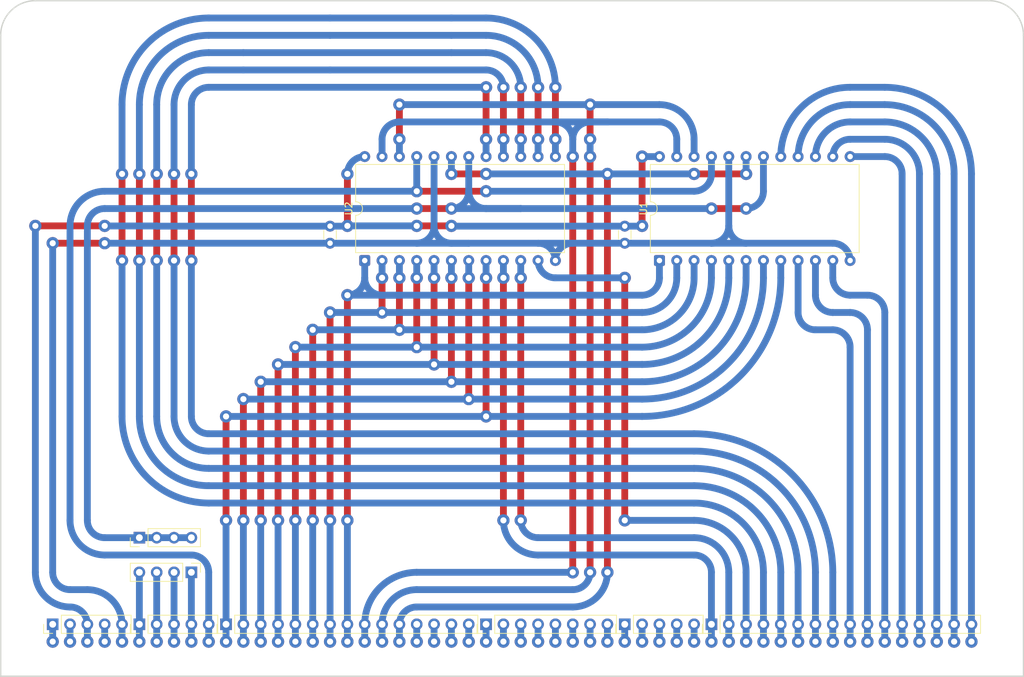
<source format=kicad_pcb>
(kicad_pcb (version 20241229) (generator "pcbnew") (generator_version "9.0")
  (layers (0 "F.Cu" signal) (2 "B.Cu" signal) (13 "F.Paste" user) (15 "B.Paste" user) (5 "F.SilkS" user "F.Silkscreen") (7 "B.SilkS" user "B.Silkscreen") (1 "F.Mask" user) (3 "B.Mask" user) (25 "Edge.Cuts" user))
  (net 0 "")
  (net 1 "+5V")
  (net 2 "GND")
  (net 3 "unconnected-(J1-Pin_7-Pad7)")
  (net 4 "unconnected-(J1-Pin_5-Pad5)")
  (net 5 "unconnected-(J1-Pin_2-Pad2)")
  (net 6 "unconnected-(J1-Pin_3-Pad3)")
  (net 7 "unconnected-(J1-Pin_6-Pad6)")
  (net 8 "unconnected-(J1-Pin_8-Pad8)")
  (net 9 "unconnected-(J1-Pin_1-Pad1)")
  (net 10 "unconnected-(J1-Pin_4-Pad4)")
  (net 11 "/AD14")
  (net 12 "/AD13")
  (net 13 "/AD6")
  (net 14 "/AD15")
  (net 15 "/AD11")
  (net 16 "/AD7")
  (net 17 "/AD3")
  (net 18 "/AD4")
  (net 19 "/AD12")
  (net 20 "/AD5")
  (net 21 "/AD10")
  (net 22 "/AD8")
  (net 23 "/AD1")
  (net 24 "/AD2")
  (net 25 "/AD9")
  (net 26 "/DA14")
  (net 27 "/DA12")
  (net 28 "/DA5")
  (net 29 "/DA6")
  (net 30 "/DA15")
  (net 31 "/DA10")
  (net 32 "/DA3")
  (net 33 "/DA4")
  (net 34 "/DA1")
  (net 35 "/DA0")
  (net 36 "/DA8")
  (net 37 "/DA13")
  (net 38 "/DA7")
  (net 39 "/DA9")
  (net 40 "/DA11")
  (net 41 "/DA2")
  (net 42 "unconnected-(J4-Pin_4-Pad4)")
  (net 43 "unconnected-(J4-Pin_3-Pad3)")
  (net 44 "unconnected-(J4-Pin_1-Pad1)")
  (net 45 "unconnected-(J4-Pin_5-Pad5)")
  (net 46 "unconnected-(J4-Pin_2-Pad2)")
  (net 47 "-12V")
  (net 48 "-5V")
  (net 49 "+12V")
  (net 50 "Net-(J7-Pin_4)")
  (net 51 "Net-(J7-Pin_3)")
  (net 52 "Net-(J7-Pin_5)")
  (net 53 "Net-(J7-Pin_1)")
  (net 54 "Net-(J7-Pin_2)")
  (net 55 "Net-(J9-Pin_1)")
  (footprint "Connector_PinHeader_2.54mm:PinHeader_1x04_P2.54mm_Vertical" (layer "F.Cu") (at 81.28 114.3 90)
    (property "Reference" "J9" (hide yes))
    (property "Value" "Conn_01x04_Pin" (hide yes))
  )
  (footprint "Connector_PinHeader_2.54mm:PinHeader_1x16_P2.54mm_Vertical" (layer "F.Cu") (at 165.1 127 90)
    (property "Reference" "J3" (hide yes))
    (property "Value" "Conn_01x16_Pin" (hide yes))
  )
  (footprint "Connector_PinHeader_2.54mm:PinHeader_1x05_P2.54mm_Vertical" (layer "F.Cu") (at 81.28 127 90)
    (property "Reference" "J7" (hide yes))
    (property "Value" "Conn_01x05_Pin" (hide yes))
  )
  (footprint "Capacitor_THT:C_Disc_D3.0mm_W1.6mm_P2.50mm" (layer "F.Cu") (at 109.22 68.62 -90)
    (property "Reference" "C1" (hide yes))
    (property "Value" "C" (hide yes))
  )
  (footprint "Capacitor_THT:C_Disc_D3.0mm_W1.6mm_P2.50mm" (layer "F.Cu") (at 152.4 68.62 -90)
    (property "Reference" "C2" (hide yes))
    (property "Value" "C" (hide yes))
  )
  (footprint "Connector_PinHeader_2.54mm:PinHeader_1x05_P2.54mm_Vertical" (layer "F.Cu") (at 68.58 127 90)
    (property "Reference" "J5" (hide yes))
    (property "Value" "Conn_01x05_Pin" (hide yes))
  )
  (footprint "Package_DIP:DIP-24_W15.24mm" (layer "F.Cu") (at 114.3 73.66 90)
    (property "Reference" "U2")
    (property "Value" "M58725")
  )
  (footprint "Package_DIP:DIP-24_W15.24mm" (layer "F.Cu") (at 157.48 73.66 90)
    (property "Reference" "U1")
    (property "Value" "M58725")
  )
  (footprint "Connector_PinHeader_2.54mm:PinHeader_1x08_P2.54mm_Vertical" (layer "F.Cu") (at 132.08 127 90)
    (property "Reference" "J1" (hide yes))
    (property "Value" "Conn_01x08_Pin" (hide yes))
  )
  (footprint "Connector_PinHeader_2.54mm:PinHeader_1x15_P2.54mm_Vertical" (layer "F.Cu") (at 93.98 127 90)
    (property "Reference" "J2" (hide yes))
    (property "Value" "Conn_01x15_Pin" (hide yes))
  )
  (footprint "Connector_PinHeader_2.54mm:PinHeader_1x05_P2.54mm_Vertical" (layer "F.Cu") (at 152.4 127 90)
    (property "Reference" "J4" (hide yes))
    (property "Value" "Conn_01x05_Pin" (hide yes))
  )
  (footprint "Connector_PinHeader_2.54mm:PinHeader_1x04_P2.54mm_Vertical" (layer "F.Cu") (at 88.9 119.38 -90)
    (property "Reference" "J8" (hide yes))
    (property "Value" "Conn_01x04_Pin" (hide yes))
  )
  (gr_arc (start 60.96 40.64) (mid 62.447898 37.047898) (end 66.04 35.56) (stroke (width 0.2)) (layer "Edge.Cuts"))
  (gr_arc (start 205.74 35.56) (mid 209.332102 37.047898) (end 210.82 40.64) (stroke (width 0.2)) (layer "Edge.Cuts"))
  (gr_line (start 205.74 35.56) (end 66.04 35.56) (stroke (width 0.2)) (layer "Edge.Cuts"))
  (gr_line (start 60.96 40.64) (end 60.96 134.62) (stroke (width 0.2)) (layer "Edge.Cuts"))
  (gr_line (start 210.82 134.62) (end 210.82 40.64) (stroke (width 0.2)) (layer "Edge.Cuts"))
  (gr_line (start 60.96 134.62) (end 210.82 134.62) (stroke (width 0.2)) (layer "Edge.Cuts"))
  (segment (start 154.94 58.42) (end 154.94 68.58) (width 1) (layer "F.Cu") (net 1))
  (segment (start 111.76 68.58) (end 111.76 60.96) (width 1) (layer "F.Cu") (net 1))
  (segment (start 127 68.58) (end 121.92 68.58) (width 1) (layer "F.Cu") (net 1))
  (segment (start 76.2 68.58) (end 66.04 68.58) (width 1) (layer "F.Cu") (net 1))
  (via (at 154.94 68.58) (size 1.8) (drill 0.9) (layers "F.Cu" "B.Cu") (net 1))
  (via (at 66.04 68.58) (size 1.8) (drill 0.9) (layers "F.Cu" "B.Cu") (net 1))
  (via (at 127 68.58) (size 1.8) (drill 0.9) (layers "F.Cu" "B.Cu") (net 1))
  (via (at 121.92 68.58) (size 1.8) (drill 0.9) (layers "F.Cu" "B.Cu") (net 1))
  (via (at 111.76 60.96) (size 1.8) (drill 0.9) (layers "F.Cu" "B.Cu") (net 1))
  (via (at 111.76 68.58) (size 1.8) (drill 0.9) (layers "F.Cu" "B.Cu") (net 1))
  (via (at 76.2 68.58) (size 1.8) (drill 0.9) (layers "F.Cu" "B.Cu") (net 1))
  (via (at 154.94 58.42) (size 1.8) (drill 0.9) (layers "F.Cu" "B.Cu") (net 1))
  (via (at 73.66 129.54) (size 1.8) (drill 0.9) (layers "F.Cu" "B.Cu") (net 1))
  (segment (start 109.22 68.62) (end 111.72 68.62) (width 1) (layer "B.Cu") (net 1))
  (segment (start 73.66 129.54) (end 73.66 127) (width 1) (layer "B.Cu") (net 1))
  (segment (start 157.48 58.42) (end 154.94 58.42) (width 1) (layer "B.Cu") (net 1))
  (segment (start 66.04 119.38) (end 66.04 68.58) (width 1) (layer "B.Cu") (net 1))
  (segment (start 83.86 68.62) (end 109.22 68.62) (width 1) (layer "B.Cu") (net 1))
  (segment (start 152.4 68.62) (end 154.9 68.62) (width 1) (layer "B.Cu") (net 1))
  (segment (start 152.4 68.62) (end 127.04 68.62) (width 1) (layer "B.Cu") (net 1))
  (segment (start 76.216199 68.596199) (end 83.820892 68.596199) (width 1) (layer "B.Cu") (net 1))
  (segment (start 121.92 68.58) (end 111.76 68.58) (width 1) (layer "B.Cu") (net 1))
  (segment (start 76.2 68.58) (end 76.216199 68.596199) (width 1) (layer "B.Cu") (net 1))
  (arc (start 111.72 68.62) (mid 111.748284 68.608284) (end 111.76 68.58) (width 1) (layer "B.Cu") (net 1))
  (arc (start 127.04 68.62) (mid 127.011716 68.608284) (end 127 68.58) (width 1) (layer "B.Cu") (net 1))
  (arc (start 73.66 127) (mid 72.916051 125.203949) (end 71.12 124.46) (width 1) (layer "B.Cu") (net 1))
  (arc (start 154.9 68.62) (mid 154.928284 68.608284) (end 154.94 68.58) (width 1) (layer "B.Cu") (net 1))
  (arc (start 71.12 124.46) (mid 67.527898 122.972102) (end 66.04 119.38) (width 1) (layer "B.Cu") (net 1))
  (arc (start 114.3 58.42) (mid 112.503949 59.163949) (end 111.76 60.96) (width 1) (layer "B.Cu") (net 1))
  (arc (start 83.820892 68.596199) (mid 83.837777 68.613259) (end 83.86 68.62) (width 1) (layer "B.Cu") (net 1))
  (segment (start 76.2 71.12) (end 68.58 71.12) (width 1) (layer "F.Cu") (net 2))
  (via (at 68.58 71.12) (size 1.8) (drill 0.9) (layers "F.Cu" "B.Cu") (net 2))
  (via (at 78.74 129.54) (size 1.8) (drill 0.9) (layers "F.Cu" "B.Cu") (net 2))
  (via (at 76.2 71.12) (size 1.8) (drill 0.9) (layers "F.Cu" "B.Cu") (net 2))
  (segment (start 129.54 71.12) (end 139.7 71.12) (width 1) (layer "B.Cu") (net 2))
  (segment (start 139.7 71.12) (end 144.78 71.12) (width 1) (layer "B.Cu") (net 2))
  (segment (start 170.18 71.12) (end 182.88 71.12) (width 1) (layer "B.Cu") (net 2))
  (segment (start 144.78 71.12) (end 152.4 71.12) (width 1) (layer "B.Cu") (net 2))
  (segment (start 109.22 71.12) (end 76.2 71.12) (width 1) (layer "B.Cu") (net 2))
  (segment (start 167.64 58.42) (end 167.64 68.58) (width 1) (layer "B.Cu") (net 2))
  (segment (start 127 71.12) (end 129.54 71.12) (width 1) (layer "B.Cu") (net 2))
  (segment (start 68.58 119.38) (end 68.58 71.12) (width 1) (layer "B.Cu") (net 2))
  (segment (start 165.1 71.12) (end 170.18 71.12) (width 1) (layer "B.Cu") (net 2))
  (segment (start 78.74 129.54) (end 78.74 127) (width 1) (layer "B.Cu") (net 2))
  (segment (start 109.22 71.12) (end 121.92 71.12) (width 1) (layer "B.Cu") (net 2))
  (segment (start 73.66 121.92) (end 71.12 121.92) (width 1) (layer "B.Cu") (net 2))
  (segment (start 152.4 71.12) (end 165.1 71.12) (width 1) (layer "B.Cu") (net 2))
  (segment (start 124.46 58.42) (end 124.46 68.58) (width 1) (layer "B.Cu") (net 2))
  (segment (start 121.92 71.12) (end 129.54 71.12) (width 1) (layer "B.Cu") (net 2))
  (arc (start 167.64 68.58) (mid 166.896051 70.376051) (end 165.1 71.12) (width 1) (layer "B.Cu") (net 2))
  (arc (start 71.12 121.92) (mid 69.323949 121.176051) (end 68.58 119.38) (width 1) (layer "B.Cu") (net 2))
  (arc (start 124.46 68.58) (mid 123.716051 70.376051) (end 121.92 71.12) (width 1) (layer "B.Cu") (net 2))
  (arc (start 124.46 68.58) (mid 125.203949 70.376051) (end 127 71.12) (width 1) (layer "B.Cu") (net 2))
  (arc (start 139.7 71.12) (mid 141.496051 71.863949) (end 142.24 73.66) (width 1) (layer "B.Cu") (net 2))
  (arc (start 78.74 127) (mid 77.252102 123.407898) (end 73.66 121.92) (width 1) (layer "B.Cu") (net 2))
  (arc (start 182.88 71.12) (mid 184.676051 71.863949) (end 185.42 73.66) (width 1) (layer "B.Cu") (net 2))
  (arc (start 142.24 73.66) (mid 142.983949 71.863949) (end 144.78 71.12) (width 1) (layer "B.Cu") (net 2))
  (arc (start 170.18 71.12) (mid 168.383949 70.376051) (end 167.64 68.58) (width 1) (layer "B.Cu") (net 2))
  (via (at 147.32 129.54) (size 1.8) (drill 0.9) (layers "F.Cu" "B.Cu") (net 3))
  (segment (start 147.32 129.54) (end 147.32 127) (width 1) (layer "B.Cu") (net 3))
  (via (at 142.24 129.54) (size 1.8) (drill 0.9) (layers "F.Cu" "B.Cu") (net 4))
  (segment (start 142.24 129.54) (end 142.24 127) (width 1) (layer "B.Cu") (net 4))
  (via (at 134.62 129.54) (size 1.8) (drill 0.9) (layers "F.Cu" "B.Cu") (net 5))
  (segment (start 134.62 129.54) (end 134.62 127) (width 1) (layer "B.Cu") (net 5))
  (via (at 137.16 129.54) (size 1.8) (drill 0.9) (layers "F.Cu" "B.Cu") (net 6))
  (segment (start 137.16 129.54) (end 137.16 127) (width 1) (layer "B.Cu") (net 6))
  (via (at 144.78 129.54) (size 1.8) (drill 0.9) (layers "F.Cu" "B.Cu") (net 7))
  (segment (start 144.78 129.54) (end 144.78 127) (width 1) (layer "B.Cu") (net 7))
  (via (at 149.86 129.54) (size 1.8) (drill 0.9) (layers "F.Cu" "B.Cu") (net 8))
  (segment (start 149.86 129.54) (end 149.86 127) (width 1) (layer "B.Cu") (net 8))
  (via (at 132.08 129.54) (size 1.8) (drill 0.9) (layers "F.Cu" "B.Cu") (net 9))
  (segment (start 132.08 129.54) (end 132.08 127) (width 1) (layer "B.Cu") (net 9))
  (via (at 139.7 129.54) (size 1.8) (drill 0.9) (layers "F.Cu" "B.Cu") (net 10))
  (segment (start 139.7 129.54) (end 139.7 127) (width 1) (layer "B.Cu") (net 10))
  (via (at 127 129.54) (size 1.8) (drill 0.9) (layers "F.Cu" "B.Cu") (net 11))
  (segment (start 127 129.54) (end 127 127) (width 1) (layer "B.Cu") (net 11))
  (via (at 124.46 129.54) (size 1.8) (drill 0.9) (layers "F.Cu" "B.Cu") (net 12))
  (segment (start 124.46 129.54) (end 124.46 127) (width 1) (layer "B.Cu") (net 12))
  (segment (start 106.68 83.82) (end 106.68 111.76) (width 1) (layer "F.Cu") (net 13))
  (segment (start 119.38 83.82) (end 119.38 76.2) (width 1) (layer "F.Cu") (net 13))
  (via (at 119.38 83.82) (size 1.8) (drill 0.9) (layers "F.Cu" "B.Cu") (net 13))
  (via (at 106.68 129.54) (size 1.8) (drill 0.9) (layers "F.Cu" "B.Cu") (net 13))
  (via (at 119.38 76.2) (size 1.8) (drill 0.9) (layers "F.Cu" "B.Cu") (net 13))
  (via (at 106.68 111.76) (size 1.8) (drill 0.9) (layers "F.Cu" "B.Cu") (net 13))
  (via (at 106.68 83.82) (size 1.8) (drill 0.9) (layers "F.Cu" "B.Cu") (net 13))
  (segment (start 149.86 83.82) (end 119.38 83.82) (width 1) (layer "B.Cu") (net 13))
  (segment (start 106.68 129.54) (end 106.68 127) (width 1) (layer "B.Cu") (net 13))
  (segment (start 162.56 73.66) (end 162.56 76.2) (width 1) (layer "B.Cu") (net 13))
  (segment (start 119.38 76.2) (end 119.38 73.66) (width 1) (layer "B.Cu") (net 13))
  (segment (start 154.94 83.82) (end 149.86 83.82) (width 1) (layer "B.Cu") (net 13))
  (segment (start 119.38 83.82) (end 106.68 83.82) (width 1) (layer "B.Cu") (net 13))
  (segment (start 106.68 111.76) (end 106.68 127) (width 1) (layer "B.Cu") (net 13))
  (arc (start 162.56 76.2) (mid 160.328154 81.588154) (end 154.94 83.82) (width 1) (layer "B.Cu") (net 13))
  (via (at 129.54 129.54) (size 1.8) (drill 0.9) (layers "F.Cu" "B.Cu") (net 14))
  (segment (start 129.54 129.54) (end 129.54 127) (width 1) (layer "B.Cu") (net 14))
  (segment (start 127 60.96) (end 132.08 60.96) (width 1) (layer "F.Cu") (net 15))
  (segment (start 149.86 60.96) (end 149.86 119.38) (width 1) (layer "F.Cu") (net 15))
  (segment (start 162.56 60.96) (end 170.18 60.96) (width 1) (layer "F.Cu") (net 15))
  (via (at 132.08 60.96) (size 1.8) (drill 0.9) (layers "F.Cu" "B.Cu") (net 15))
  (via (at 162.56 60.96) (size 1.8) (drill 0.9) (layers "F.Cu" "B.Cu") (net 15))
  (via (at 119.38 129.54) (size 1.8) (drill 0.9) (layers "F.Cu" "B.Cu") (net 15))
  (via (at 170.18 60.96) (size 1.8) (drill 0.9) (layers "F.Cu" "B.Cu") (net 15))
  (via (at 127 60.96) (size 1.8) (drill 0.9) (layers "F.Cu" "B.Cu") (net 15))
  (via (at 149.86 60.96) (size 1.8) (drill 0.9) (layers "F.Cu" "B.Cu") (net 15))
  (via (at 149.86 119.38) (size 1.8) (drill 0.9) (layers "F.Cu" "B.Cu") (net 15))
  (segment (start 170.18 60.96) (end 170.18 58.42) (width 1) (layer "B.Cu") (net 15))
  (segment (start 119.38 129.54) (end 119.38 127) (width 1) (layer "B.Cu") (net 15))
  (segment (start 127 58.42) (end 127 60.96) (width 1) (layer "B.Cu") (net 15))
  (segment (start 132.08 60.96) (end 149.86 60.96) (width 1) (layer "B.Cu") (net 15))
  (segment (start 149.86 60.96) (end 162.56 60.96) (width 1) (layer "B.Cu") (net 15))
  (segment (start 121.92 124.46) (end 144.78 124.46) (width 1) (layer "B.Cu") (net 15))
  (arc (start 119.38 127) (mid 120.123949 125.203949) (end 121.92 124.46) (width 1) (layer "B.Cu") (net 15))
  (arc (start 144.78 124.46) (mid 148.372102 122.972102) (end 149.86 119.38) (width 1) (layer "B.Cu") (net 15))
  (segment (start 109.22 81.28) (end 109.22 111.76) (width 1) (layer "F.Cu") (net 16))
  (segment (start 116.84 81.28) (end 116.84 76.2) (width 1) (layer "F.Cu") (net 16))
  (via (at 109.22 81.28) (size 1.8) (drill 0.9) (layers "F.Cu" "B.Cu") (net 16))
  (via (at 109.22 111.76) (size 1.8) (drill 0.9) (layers "F.Cu" "B.Cu") (net 16))
  (via (at 109.22 129.54) (size 1.8) (drill 0.9) (layers "F.Cu" "B.Cu") (net 16))
  (via (at 116.84 76.2) (size 1.8) (drill 0.9) (layers "F.Cu" "B.Cu") (net 16))
  (via (at 116.84 81.28) (size 1.8) (drill 0.9) (layers "F.Cu" "B.Cu") (net 16))
  (segment (start 154.94 81.28) (end 116.84 81.28) (width 1) (layer "B.Cu") (net 16))
  (segment (start 116.84 81.28) (end 109.22 81.28) (width 1) (layer "B.Cu") (net 16))
  (segment (start 109.22 111.76) (end 109.22 127) (width 1) (layer "B.Cu") (net 16))
  (segment (start 109.22 129.54) (end 109.22 127) (width 1) (layer "B.Cu") (net 16))
  (segment (start 160.02 73.66) (end 160.02 76.2) (width 1) (layer "B.Cu") (net 16))
  (segment (start 116.84 73.66) (end 116.84 76.2) (width 1) (layer "B.Cu") (net 16))
  (arc (start 160.02 76.2) (mid 158.532102 79.792102) (end 154.94 81.28) (width 1) (layer "B.Cu") (net 16))
  (segment (start 99.06 111.76) (end 99.06 91.44) (width 1) (layer "F.Cu") (net 17))
  (segment (start 127 91.44) (end 127 76.2) (width 1) (layer "F.Cu") (net 17))
  (via (at 99.06 111.76) (size 1.8) (drill 0.9) (layers "F.Cu" "B.Cu") (net 17))
  (via (at 99.06 129.54) (size 1.8) (drill 0.9) (layers "F.Cu" "B.Cu") (net 17))
  (via (at 127 76.2) (size 1.8) (drill 0.9) (layers "F.Cu" "B.Cu") (net 17))
  (via (at 127 91.44) (size 1.8) (drill 0.9) (layers "F.Cu" "B.Cu") (net 17))
  (via (at 99.06 91.44) (size 1.8) (drill 0.9) (layers "F.Cu" "B.Cu") (net 17))
  (segment (start 99.06 127) (end 99.06 111.76) (width 1) (layer "B.Cu") (net 17))
  (segment (start 99.06 129.54) (end 99.06 127) (width 1) (layer "B.Cu") (net 17))
  (segment (start 127 91.44) (end 99.06 91.44) (width 1) (layer "B.Cu") (net 17))
  (segment (start 170.18 73.66) (end 170.18 76.2) (width 1) (layer "B.Cu") (net 17))
  (segment (start 127 73.66) (end 127 76.2) (width 1) (layer "B.Cu") (net 17))
  (segment (start 154.94 91.44) (end 127 91.44) (width 1) (layer "B.Cu") (net 17))
  (arc (start 170.18 76.2) (mid 165.716307 86.976307) (end 154.94 91.44) (width 1) (layer "B.Cu") (net 17))
  (segment (start 124.46 88.9) (end 124.46 76.2) (width 1) (layer "F.Cu") (net 18))
  (segment (start 101.6 88.9) (end 101.6 111.76) (width 1) (layer "F.Cu") (net 18))
  (via (at 124.46 88.9) (size 1.8) (drill 0.9) (layers "F.Cu" "B.Cu") (net 18))
  (via (at 124.46 76.2) (size 1.8) (drill 0.9) (layers "F.Cu" "B.Cu") (net 18))
  (via (at 101.6 129.54) (size 1.8) (drill 0.9) (layers "F.Cu" "B.Cu") (net 18))
  (via (at 101.6 88.9) (size 1.8) (drill 0.9) (layers "F.Cu" "B.Cu") (net 18))
  (via (at 101.6 111.76) (size 1.8) (drill 0.9) (layers "F.Cu" "B.Cu") (net 18))
  (segment (start 101.6 111.76) (end 101.6 127) (width 1) (layer "B.Cu") (net 18))
  (segment (start 101.6 129.54) (end 101.6 127) (width 1) (layer "B.Cu") (net 18))
  (segment (start 124.46 88.9) (end 101.6 88.9) (width 1) (layer "B.Cu") (net 18))
  (segment (start 124.46 76.2) (end 124.46 73.66) (width 1) (layer "B.Cu") (net 18))
  (segment (start 154.94 88.9) (end 124.46 88.9) (width 1) (layer "B.Cu") (net 18))
  (segment (start 167.64 73.66) (end 167.64 76.2) (width 1) (layer "B.Cu") (net 18))
  (arc (start 167.64 76.2) (mid 163.920256 85.180256) (end 154.94 88.9) (width 1) (layer "B.Cu") (net 18))
  (via (at 121.92 129.54) (size 1.8) (drill 0.9) (layers "F.Cu" "B.Cu") (net 19))
  (segment (start 121.92 129.54) (end 121.92 127) (width 1) (layer "B.Cu") (net 19))
  (segment (start 121.92 86.36) (end 121.92 76.2) (width 1) (layer "F.Cu") (net 20))
  (segment (start 104.14 86.36) (end 104.14 111.76) (width 1) (layer "F.Cu") (net 20))
  (via (at 104.14 129.54) (size 1.8) (drill 0.9) (layers "F.Cu" "B.Cu") (net 20))
  (via (at 121.92 86.36) (size 1.8) (drill 0.9) (layers "F.Cu" "B.Cu") (net 20))
  (via (at 121.92 76.2) (size 1.8) (drill 0.9) (layers "F.Cu" "B.Cu") (net 20))
  (via (at 104.14 111.76) (size 1.8) (drill 0.9) (layers "F.Cu" "B.Cu") (net 20))
  (via (at 104.14 86.36) (size 1.8) (drill 0.9) (layers "F.Cu" "B.Cu") (net 20))
  (segment (start 121.92 73.66) (end 121.92 76.2) (width 1) (layer "B.Cu") (net 20))
  (segment (start 104.14 111.76) (end 104.14 127) (width 1) (layer "B.Cu") (net 20))
  (segment (start 144.78 86.36) (end 121.92 86.36) (width 1) (layer "B.Cu") (net 20))
  (segment (start 154.94 86.36) (end 144.78 86.36) (width 1) (layer "B.Cu") (net 20))
  (segment (start 104.14 129.54) (end 104.14 127) (width 1) (layer "B.Cu") (net 20))
  (segment (start 121.92 86.36) (end 104.14 86.36) (width 1) (layer "B.Cu") (net 20))
  (segment (start 165.1 73.66) (end 165.1 76.2) (width 1) (layer "B.Cu") (net 20))
  (arc (start 165.1 76.2) (mid 162.124205 83.384205) (end 154.94 86.36) (width 1) (layer "B.Cu") (net 20))
  (segment (start 147.32 119.38) (end 147.32 58.42) (width 1) (layer "F.Cu") (net 21))
  (segment (start 147.32 55.88) (end 147.32 50.8) (width 1) (layer "F.Cu") (net 21))
  (segment (start 119.38 55.88) (end 119.38 50.8) (width 1) (layer "F.Cu") (net 21))
  (via (at 119.38 50.8) (size 1.8) (drill 0.9) (layers "F.Cu" "B.Cu") (net 21))
  (via (at 147.32 119.38) (size 1.8) (drill 0.9) (layers "F.Cu" "B.Cu") (net 21))
  (via (at 147.32 55.88) (size 1.8) (drill 0.9) (layers "F.Cu" "B.Cu") (net 21))
  (via (at 116.84 129.54) (size 1.8) (drill 0.9) (layers "F.Cu" "B.Cu") (net 21))
  (via (at 147.32 58.42) (size 1.8) (drill 0.9) (layers "F.Cu" "B.Cu") (net 21))
  (via (at 147.32 50.8) (size 1.8) (drill 0.9) (layers "F.Cu" "B.Cu") (net 21))
  (via (at 119.38 55.88) (size 1.8) (drill 0.9) (layers "F.Cu" "B.Cu") (net 21))
  (segment (start 144.78 121.92) (end 121.92 121.92) (width 1) (layer "B.Cu") (net 21))
  (segment (start 119.38 50.8) (end 147.32 50.8) (width 1) (layer "B.Cu") (net 21))
  (segment (start 162.56 55.88) (end 162.56 58.42) (width 1) (layer "B.Cu") (net 21))
  (segment (start 116.84 129.54) (end 116.84 127) (width 1) (layer "B.Cu") (net 21))
  (segment (start 147.32 58.42) (end 147.32 55.88) (width 1) (layer "B.Cu") (net 21))
  (segment (start 119.38 58.42) (end 119.38 55.88) (width 1) (layer "B.Cu") (net 21))
  (segment (start 147.32 50.8) (end 157.48 50.8) (width 1) (layer "B.Cu") (net 21))
  (arc (start 147.32 119.38) (mid 146.576051 121.176051) (end 144.78 121.92) (width 1) (layer "B.Cu") (net 21))
  (arc (start 121.92 121.92) (mid 118.327898 123.407898) (end 116.84 127) (width 1) (layer "B.Cu") (net 21))
  (arc (start 157.48 50.8) (mid 161.072102 52.287898) (end 162.56 55.88) (width 1) (layer "B.Cu") (net 21))
  (segment (start 111.76 78.74) (end 111.76 111.76) (width 1) (layer "F.Cu") (net 22))
  (via (at 111.76 111.76) (size 1.8) (drill 0.9) (layers "F.Cu" "B.Cu") (net 22))
  (via (at 111.76 78.74) (size 1.8) (drill 0.9) (layers "F.Cu" "B.Cu") (net 22))
  (via (at 111.76 129.54) (size 1.8) (drill 0.9) (layers "F.Cu" "B.Cu") (net 22))
  (segment (start 119.38 78.74) (end 154.94 78.74) (width 1) (layer "B.Cu") (net 22))
  (segment (start 111.76 129.54) (end 111.76 127) (width 1) (layer "B.Cu") (net 22))
  (segment (start 111.76 127) (end 111.76 111.76) (width 1) (layer "B.Cu") (net 22))
  (segment (start 111.76 78.74) (end 119.38 78.74) (width 1) (layer "B.Cu") (net 22))
  (segment (start 114.3 73.66) (end 114.3 76.2) (width 1) (layer "B.Cu") (net 22))
  (segment (start 157.48 76.2) (end 157.48 73.66) (width 1) (layer "B.Cu") (net 22))
  (segment (start 116.84 78.74) (end 119.38 78.74) (width 1) (layer "B.Cu") (net 22))
  (arc (start 114.3 76.2) (mid 115.043949 77.996051) (end 116.84 78.74) (width 1) (layer "B.Cu") (net 22))
  (arc (start 154.94 78.74) (mid 156.736051 77.996051) (end 157.48 76.2) (width 1) (layer "B.Cu") (net 22))
  (arc (start 114.3 76.2) (mid 113.556051 77.996051) (end 111.76 78.74) (width 1) (layer "B.Cu") (net 22))
  (segment (start 132.08 96.52) (end 132.08 76.2) (width 1) (layer "F.Cu") (net 23))
  (segment (start 93.98 96.52) (end 93.98 111.76) (width 1) (layer "F.Cu") (net 23))
  (via (at 93.98 96.52) (size 1.8) (drill 0.9) (layers "F.Cu" "B.Cu") (net 23))
  (via (at 132.08 96.52) (size 1.8) (drill 0.9) (layers "F.Cu" "B.Cu") (net 23))
  (via (at 132.08 76.2) (size 1.8) (drill 0.9) (layers "F.Cu" "B.Cu") (net 23))
  (via (at 93.98 111.76) (size 1.8) (drill 0.9) (layers "F.Cu" "B.Cu") (net 23))
  (via (at 93.98 129.54) (size 1.8) (drill 0.9) (layers "F.Cu" "B.Cu") (net 23))
  (segment (start 93.98 111.76) (end 93.98 127) (width 1) (layer "B.Cu") (net 23))
  (segment (start 132.08 73.66) (end 132.08 76.2) (width 1) (layer "B.Cu") (net 23))
  (segment (start 93.98 129.54) (end 93.98 127) (width 1) (layer "B.Cu") (net 23))
  (segment (start 132.08 96.52) (end 93.98 96.52) (width 1) (layer "B.Cu") (net 23))
  (segment (start 154.94 96.52) (end 132.08 96.52) (width 1) (layer "B.Cu") (net 23))
  (segment (start 175.26 73.66) (end 175.26 76.2) (width 1) (layer "B.Cu") (net 23))
  (arc (start 175.26 76.2) (mid 169.30841 90.56841) (end 154.94 96.52) (width 1) (layer "B.Cu") (net 23))
  (segment (start 129.54 93.98) (end 129.54 76.2) (width 1) (layer "F.Cu") (net 24))
  (segment (start 96.52 93.98) (end 96.52 111.76) (width 1) (layer "F.Cu") (net 24))
  (via (at 129.54 76.2) (size 1.8) (drill 0.9) (layers "F.Cu" "B.Cu") (net 24))
  (via (at 129.54 93.98) (size 1.8) (drill 0.9) (layers "F.Cu" "B.Cu") (net 24))
  (via (at 96.52 93.98) (size 1.8) (drill 0.9) (layers "F.Cu" "B.Cu") (net 24))
  (via (at 96.52 129.54) (size 1.8) (drill 0.9) (layers "F.Cu" "B.Cu") (net 24))
  (via (at 96.52 111.76) (size 1.8) (drill 0.9) (layers "F.Cu" "B.Cu") (net 24))
  (segment (start 172.72 73.66) (end 172.72 76.2) (width 1) (layer "B.Cu") (net 24))
  (segment (start 96.52 111.76) (end 96.52 127) (width 1) (layer "B.Cu") (net 24))
  (segment (start 96.52 129.54) (end 96.52 127) (width 1) (layer "B.Cu") (net 24))
  (segment (start 129.54 76.2) (end 129.54 73.66) (width 1) (layer "B.Cu") (net 24))
  (segment (start 154.94 93.98) (end 129.54 93.98) (width 1) (layer "B.Cu") (net 24))
  (segment (start 129.54 93.98) (end 96.52 93.98) (width 1) (layer "B.Cu") (net 24))
  (arc (start 172.72 76.2) (mid 167.512359 88.772359) (end 154.94 93.98) (width 1) (layer "B.Cu") (net 24))
  (segment (start 144.78 119.38) (end 144.78 58.42) (width 1) (layer "F.Cu") (net 25))
  (via (at 144.78 58.42) (size 1.8) (drill 0.9) (layers "F.Cu" "B.Cu") (net 25))
  (via (at 114.3 129.54) (size 1.8) (drill 0.9) (layers "F.Cu" "B.Cu") (net 25))
  (via (at 144.78 119.38) (size 1.8) (drill 0.9) (layers "F.Cu" "B.Cu") (net 25))
  (segment (start 149.86 53.34) (end 157.48 53.34) (width 1) (layer "B.Cu") (net 25))
  (segment (start 116.84 58.42) (end 116.84 55.88) (width 1) (layer "B.Cu") (net 25))
  (segment (start 119.38 53.34) (end 142.24 53.34) (width 1) (layer "B.Cu") (net 25))
  (segment (start 160.02 55.88) (end 160.02 58.42) (width 1) (layer "B.Cu") (net 25))
  (segment (start 144.78 58.42) (end 144.78 55.88) (width 1) (layer "B.Cu") (net 25))
  (segment (start 147.32 53.34) (end 149.86 53.34) (width 1) (layer "B.Cu") (net 25))
  (segment (start 121.92 119.38) (end 144.78 119.38) (width 1) (layer "B.Cu") (net 25))
  (segment (start 114.3 129.54) (end 114.3 127) (width 1) (layer "B.Cu") (net 25))
  (segment (start 149.86 53.34) (end 142.24 53.34) (width 1) (layer "B.Cu") (net 25))
  (arc (start 114.3 127) (mid 116.531846 121.611846) (end 121.92 119.38) (width 1) (layer "B.Cu") (net 25))
  (arc (start 116.84 55.88) (mid 117.583949 54.083949) (end 119.38 53.34) (width 1) (layer "B.Cu") (net 25))
  (arc (start 144.78 55.88) (mid 145.523949 54.083949) (end 147.32 53.34) (width 1) (layer "B.Cu") (net 25))
  (arc (start 142.24 53.34) (mid 144.036051 54.083949) (end 144.78 55.88) (width 1) (layer "B.Cu") (net 25))
  (arc (start 157.48 53.34) (mid 159.276051 54.083949) (end 160.02 55.88) (width 1) (layer "B.Cu") (net 25))
  (via (at 200.66 129.54) (size 1.8) (drill 0.9) (layers "F.Cu" "B.Cu") (net 26))
  (segment (start 200.66 127) (end 200.66 60.96) (width 1) (layer "B.Cu") (net 26))
  (segment (start 190.5 50.8) (end 185.42 50.8) (width 1) (layer "B.Cu") (net 26))
  (segment (start 200.66 129.54) (end 200.66 127) (width 1) (layer "B.Cu") (net 26))
  (arc (start 200.66 60.96) (mid 197.684205 53.775795) (end 190.5 50.8) (width 1) (layer "B.Cu") (net 26))
  (arc (start 185.42 50.8) (mid 180.031846 53.031846) (end 177.8 58.42) (width 1) (layer "B.Cu") (net 26))
  (via (at 195.58 129.54) (size 1.8) (drill 0.9) (layers "F.Cu" "B.Cu") (net 27))
  (segment (start 195.58 129.54) (end 195.58 127) (width 1) (layer "B.Cu") (net 27))
  (segment (start 185.42 55.88) (end 190.5 55.88) (width 1) (layer "B.Cu") (net 27))
  (segment (start 195.58 127) (end 195.58 60.96) (width 1) (layer "B.Cu") (net 27))
  (arc (start 195.58 60.96) (mid 194.092102 57.367898) (end 190.5 55.88) (width 1) (layer "B.Cu") (net 27))
  (arc (start 182.88 58.42) (mid 183.623949 56.623949) (end 185.42 55.88) (width 1) (layer "B.Cu") (net 27))
  (segment (start 137.16 55.88) (end 137.16 48.26) (width 1) (layer "F.Cu") (net 28))
  (segment (start 83.82 60.96) (end 83.82 73.66) (width 1) (layer "F.Cu") (net 28))
  (via (at 83.82 60.96) (size 1.8) (drill 0.9) (layers "F.Cu" "B.Cu") (net 28))
  (via (at 83.82 73.66) (size 1.8) (drill 0.9) (layers "F.Cu" "B.Cu") (net 28))
  (via (at 177.8 129.54) (size 1.8) (drill 0.9) (layers "F.Cu" "B.Cu") (net 28))
  (via (at 137.16 55.88) (size 1.8) (drill 0.9) (layers "F.Cu" "B.Cu") (net 28))
  (via (at 137.16 48.26) (size 1.8) (drill 0.9) (layers "F.Cu" "B.Cu") (net 28))
  (segment (start 177.8 127) (end 177.8 119.38) (width 1) (layer "B.Cu") (net 28))
  (segment (start 127 43.18) (end 132.08 43.18) (width 1) (layer "B.Cu") (net 28))
  (segment (start 137.16 58.42) (end 137.16 55.88) (width 1) (layer "B.Cu") (net 28))
  (segment (start 83.82 96.52) (end 83.82 73.66) (width 1) (layer "B.Cu") (net 28))
  (segment (start 162.56 104.14) (end 109.22 104.14) (width 1) (layer "B.Cu") (net 28))
  (segment (start 177.8 129.54) (end 177.8 127) (width 1) (layer "B.Cu") (net 28))
  (segment (start 96.52 43.18) (end 127 43.18) (width 1) (layer "B.Cu") (net 28))
  (segment (start 96.52 43.18) (end 91.44 43.18) (width 1) (layer "B.Cu") (net 28))
  (segment (start 109.22 104.14) (end 96.52 104.14) (width 1) (layer "B.Cu") (net 28))
  (segment (start 83.82 50.8) (end 83.82 60.96) (width 1) (layer "B.Cu") (net 28))
  (segment (start 96.52 104.14) (end 91.44 104.14) (width 1) (layer "B.Cu") (net 28))
  (arc (start 91.44 43.18) (mid 86.051846 45.411846) (end 83.82 50.8) (width 1) (layer "B.Cu") (net 28))
  (arc (start 132.08 43.18) (mid 135.672102 44.667898) (end 137.16 48.26) (width 1) (layer "B.Cu") (net 28))
  (arc (start 91.44 104.14) (mid 86.051846 101.908154) (end 83.82 96.52) (width 1) (layer "B.Cu") (net 28))
  (arc (start 177.8 119.38) (mid 173.336307 108.603693) (end 162.56 104.14) (width 1) (layer "B.Cu") (net 28))
  (segment (start 134.62 55.88) (end 134.62 48.26) (width 1) (layer "F.Cu") (net 29))
  (segment (start 86.36 60.96) (end 86.36 73.66) (width 1) (layer "F.Cu") (net 29))
  (via (at 86.36 73.66) (size 1.8) (drill 0.9) (layers "F.Cu" "B.Cu") (net 29))
  (via (at 180.34 129.54) (size 1.8) (drill 0.9) (layers "F.Cu" "B.Cu") (net 29))
  (via (at 134.62 55.88) (size 1.8) (drill 0.9) (layers "F.Cu" "B.Cu") (net 29))
  (via (at 86.36 60.96) (size 1.8) (drill 0.9) (layers "F.Cu" "B.Cu") (net 29))
  (via (at 134.62 48.26) (size 1.8) (drill 0.9) (layers "F.Cu" "B.Cu") (net 29))
  (segment (start 109.22 45.72) (end 96.52 45.72) (width 1) (layer "B.Cu") (net 29))
  (segment (start 86.36 50.8) (end 86.36 60.96) (width 1) (layer "B.Cu") (net 29))
  (segment (start 96.52 101.6) (end 91.44 101.6) (width 1) (layer "B.Cu") (net 29))
  (segment (start 96.52 45.72) (end 91.44 45.72) (width 1) (layer "B.Cu") (net 29))
  (segment (start 134.62 58.42) (end 134.62 55.88) (width 1) (layer "B.Cu") (net 29))
  (segment (start 96.52 101.6) (end 162.56 101.6) (width 1) (layer "B.Cu") (net 29))
  (segment (start 109.22 45.72) (end 132.08 45.72) (width 1) (layer "B.Cu") (net 29))
  (segment (start 180.34 119.38) (end 180.34 127) (width 1) (layer "B.Cu") (net 29))
  (segment (start 86.36 96.52) (end 86.36 73.66) (width 1) (layer "B.Cu") (net 29))
  (segment (start 180.34 129.54) (end 180.34 127) (width 1) (layer "B.Cu") (net 29))
  (arc (start 91.44 101.6) (mid 87.847898 100.112102) (end 86.36 96.52) (width 1) (layer "B.Cu") (net 29))
  (arc (start 132.08 45.72) (mid 133.876051 46.463949) (end 134.62 48.26) (width 1) (layer "B.Cu") (net 29))
  (arc (start 162.56 101.6) (mid 175.132359 106.807641) (end 180.34 119.38) (width 1) (layer "B.Cu") (net 29))
  (arc (start 91.44 45.72) (mid 87.847898 47.207898) (end 86.36 50.8) (width 1) (layer "B.Cu") (net 29))
  (via (at 203.2 129.54) (size 1.8) (drill 0.9) (layers "F.Cu" "B.Cu") (net 30))
  (segment (start 203.2 60.96) (end 203.2 127) (width 1) (layer "B.Cu") (net 30))
  (segment (start 203.2 127) (end 203.2 129.54) (width 1) (layer "B.Cu") (net 30))
  (segment (start 185.42 48.26) (end 190.5 48.26) (width 1) (layer "B.Cu") (net 30))
  (arc (start 190.5 48.26) (mid 199.480256 51.979744) (end 203.2 60.96) (width 1) (layer "B.Cu") (net 30))
  (arc (start 175.26 58.42) (mid 178.235795 51.235795) (end 185.42 48.26) (width 1) (layer "B.Cu") (net 30))
  (via (at 190.5 129.54) (size 1.8) (drill 0.9) (layers "F.Cu" "B.Cu") (net 31))
  (segment (start 190.5 81.28) (end 190.5 127) (width 1) (layer "B.Cu") (net 31))
  (segment (start 185.42 78.74) (end 187.96 78.74) (width 1) (layer "B.Cu") (net 31))
  (segment (start 182.88 73.66) (end 182.88 76.2) (width 1) (layer "B.Cu") (net 31))
  (segment (start 190.5 127) (end 190.5 129.54) (width 1) (layer "B.Cu") (net 31))
  (arc (start 182.88 76.2) (mid 183.623949 77.996051) (end 185.42 78.74) (width 1) (layer "B.Cu") (net 31))
  (arc (start 187.96 78.74) (mid 189.756051 79.483949) (end 190.5 81.28) (width 1) (layer "B.Cu") (net 31))
  (segment (start 142.24 55.88) (end 142.24 48.26) (width 1) (layer "F.Cu") (net 32))
  (segment (start 78.74 60.96) (end 78.74 73.66) (width 1) (layer "F.Cu") (net 32))
  (via (at 142.24 55.88) (size 1.8) (drill 0.9) (layers "F.Cu" "B.Cu") (net 32))
  (via (at 172.72 129.54) (size 1.8) (drill 0.9) (layers "F.Cu" "B.Cu") (net 32))
  (via (at 78.74 73.66) (size 1.8) (drill 0.9) (layers "F.Cu" "B.Cu") (net 32))
  (via (at 78.74 60.96) (size 1.8) (drill 0.9) (layers "F.Cu" "B.Cu") (net 32))
  (via (at 142.24 48.26) (size 1.8) (drill 0.9) (layers "F.Cu" "B.Cu") (net 32))
  (segment (start 109.22 38.1) (end 91.44 38.1) (width 1) (layer "B.Cu") (net 32))
  (segment (start 78.74 50.8) (end 78.74 60.96) (width 1) (layer "B.Cu") (net 32))
  (segment (start 142.24 58.42) (end 142.24 55.88) (width 1) (layer "B.Cu") (net 32))
  (segment (start 172.72 129.54) (end 172.72 127) (width 1) (layer "B.Cu") (net 32))
  (segment (start 132.08 38.1) (end 127 38.1) (width 1) (layer "B.Cu") (net 32))
  (segment (start 109.22 109.22) (end 91.44 109.22) (width 1) (layer "B.Cu") (net 32))
  (segment (start 78.74 96.52) (end 78.74 73.66) (width 1) (layer "B.Cu") (net 32))
  (segment (start 172.72 127) (end 172.72 119.38) (width 1) (layer "B.Cu") (net 32))
  (segment (start 127 38.1) (end 109.22 38.1) (width 1) (layer "B.Cu") (net 32))
  (segment (start 162.56 109.22) (end 109.22 109.22) (width 1) (layer "B.Cu") (net 32))
  (arc (start 142.24 48.26) (mid 139.264205 41.075795) (end 132.08 38.1) (width 1) (layer "B.Cu") (net 32))
  (arc (start 91.44 38.1) (mid 82.459744 41.819744) (end 78.74 50.8) (width 1) (layer "B.Cu") (net 32))
  (arc (start 172.72 119.38) (mid 169.744205 112.195795) (end 162.56 109.22) (width 1) (layer "B.Cu") (net 32))
  (arc (start 91.44 109.22) (mid 82.459744 105.500256) (end 78.74 96.52) (width 1) (layer "B.Cu") (net 32))
  (segment (start 81.28 60.96) (end 81.28 73.66) (width 1) (layer "F.Cu") (net 33))
  (segment (start 139.7 55.88) (end 139.7 48.26) (width 1) (layer "F.Cu") (net 33))
  (via (at 139.7 48.26) (size 1.8) (drill 0.9) (layers "F.Cu" "B.Cu") (net 33))
  (via (at 175.26 129.54) (size 1.8) (drill 0.9) (layers "F.Cu" "B.Cu") (net 33))
  (via (at 139.7 55.88) (size 1.8) (drill 0.9) (layers "F.Cu" "B.Cu") (net 33))
  (via (at 81.28 60.96) (size 1.8) (drill 0.9) (layers "F.Cu" "B.Cu") (net 33))
  (via (at 81.28 73.66) (size 1.8) (drill 0.9) (layers "F.Cu" "B.Cu") (net 33))
  (segment (start 81.28 96.52) (end 81.28 73.66) (width 1) (layer "B.Cu") (net 33))
  (segment (start 109.22 106.68) (end 91.44 106.68) (width 1) (layer "B.Cu") (net 33))
  (segment (start 81.28 50.8) (end 81.28 60.96) (width 1) (layer "B.Cu") (net 33))
  (segment (start 132.08 40.64) (end 127 40.64) (width 1) (layer "B.Cu") (net 33))
  (segment (start 139.7 58.42) (end 139.7 55.88) (width 1) (layer "B.Cu") (net 33))
  (segment (start 162.56 106.68) (end 109.22 106.68) (width 1) (layer "B.Cu") (net 33))
  (segment (start 175.26 129.54) (end 175.26 127) (width 1) (layer "B.Cu") (net 33))
  (segment (start 175.26 127) (end 175.26 119.38) (width 1) (layer "B.Cu") (net 33))
  (segment (start 127 40.64) (end 109.22 40.64) (width 1) (layer "B.Cu") (net 33))
  (segment (start 109.22 40.64) (end 91.44 40.64) (width 1) (layer "B.Cu") (net 33))
  (arc (start 139.7 48.26) (mid 137.468154 42.871846) (end 132.08 40.64) (width 1) (layer "B.Cu") (net 33))
  (arc (start 91.44 40.64) (mid 84.255795 43.615795) (end 81.28 50.8) (width 1) (layer "B.Cu") (net 33))
  (arc (start 91.44 106.68) (mid 84.255795 103.704205) (end 81.28 96.52) (width 1) (layer "B.Cu") (net 33))
  (arc (start 175.26 119.38) (mid 171.540256 110.399744) (end 162.56 106.68) (width 1) (layer "B.Cu") (net 33))
  (segment (start 137.16 76.2) (end 137.16 111.76) (width 1) (layer "F.Cu") (net 34))
  (via (at 137.16 111.76) (size 1.8) (drill 0.9) (layers "F.Cu" "B.Cu") (net 34))
  (via (at 137.16 76.2) (size 1.8) (drill 0.9) (layers "F.Cu" "B.Cu") (net 34))
  (via (at 167.64 129.54) (size 1.8) (drill 0.9) (layers "F.Cu" "B.Cu") (net 34))
  (segment (start 137.16 111.76) (end 137.394926 111.994926) (width 1) (layer "B.Cu") (net 34))
  (segment (start 162.56 114.3) (end 139.7 114.3) (width 1) (layer "B.Cu") (net 34))
  (segment (start 167.64 127) (end 167.64 119.38) (width 1) (layer "B.Cu") (net 34))
  (segment (start 137.16 73.66) (end 137.16 76.2) (width 1) (layer "B.Cu") (net 34))
  (segment (start 167.64 129.54) (end 167.64 127) (width 1) (layer "B.Cu") (net 34))
  (arc (start 139.7 114.3) (mid 137.903949 113.556051) (end 137.16 111.76) (width 1) (layer "B.Cu") (net 34))
  (arc (start 167.64 119.38) (mid 166.152102 115.787898) (end 162.56 114.3) (width 1) (layer "B.Cu") (net 34))
  (segment (start 134.62 111.76) (end 134.62 76.2) (width 1) (layer "F.Cu") (net 35))
  (via (at 134.62 76.2) (size 1.8) (drill 0.9) (layers "F.Cu" "B.Cu") (net 35))
  (via (at 134.62 111.76) (size 1.8) (drill 0.9) (layers "F.Cu" "B.Cu") (net 35))
  (via (at 165.1 129.54) (size 1.8) (drill 0.9) (layers "F.Cu" "B.Cu") (net 35))
  (segment (start 162.56 116.84) (end 139.7 116.84) (width 1) (layer "B.Cu") (net 35))
  (segment (start 134.62 76.2) (end 134.62 73.66) (width 1) (layer "B.Cu") (net 35))
  (segment (start 165.1 127) (end 165.1 119.38) (width 1) (layer "B.Cu") (net 35))
  (segment (start 165.1 129.54) (end 165.1 127) (width 1) (layer "B.Cu") (net 35))
  (arc (start 165.1 119.38) (mid 164.356051 117.583949) (end 162.56 116.84) (width 1) (layer "B.Cu") (net 35))
  (arc (start 139.7 116.84) (mid 136.107898 115.352102) (end 134.62 111.76) (width 1) (layer "B.Cu") (net 35))
  (via (at 185.42 129.54) (size 1.8) (drill 0.9) (layers "F.Cu" "B.Cu") (net 36))
  (segment (start 185.42 129.54) (end 185.42 127) (width 1) (layer "B.Cu") (net 36))
  (segment (start 185.42 86.36) (end 185.42 127) (width 1) (layer "B.Cu") (net 36))
  (segment (start 180.34 83.82) (end 182.88 83.82) (width 1) (layer "B.Cu") (net 36))
  (segment (start 177.8 73.66) (end 177.8 81.28) (width 1) (layer "B.Cu") (net 36))
  (arc (start 177.8 81.28) (mid 178.543949 83.076051) (end 180.34 83.82) (width 1) (layer "B.Cu") (net 36))
  (arc (start 182.88 83.82) (mid 184.676051 84.563949) (end 185.42 86.36) (width 1) (layer "B.Cu") (net 36))
  (via (at 198.12 129.54) (size 1.8) (drill 0.9) (layers "F.Cu" "B.Cu") (net 37))
  (segment (start 185.42 53.34) (end 190.5 53.34) (width 1) (layer "B.Cu") (net 37))
  (segment (start 198.12 127) (end 198.12 129.54) (width 1) (layer "B.Cu") (net 37))
  (segment (start 198.12 60.96) (end 198.12 127) (width 1) (layer "B.Cu") (net 37))
  (arc (start 180.34 58.42) (mid 181.827898 54.827898) (end 185.42 53.34) (width 1) (layer "B.Cu") (net 37))
  (arc (start 190.5 53.34) (mid 195.888154 55.571846) (end 198.12 60.96) (width 1) (layer "B.Cu") (net 37))
  (segment (start 132.08 55.88) (end 132.08 48.26) (width 1) (layer "F.Cu") (net 38))
  (segment (start 88.9 73.66) (end 88.9 60.96) (width 1) (layer "F.Cu") (net 38))
  (via (at 88.9 60.96) (size 1.8) (drill 0.9) (layers "F.Cu" "B.Cu") (net 38))
  (via (at 132.08 48.26) (size 1.8) (drill 0.9) (layers "F.Cu" "B.Cu") (net 38))
  (via (at 88.9 73.66) (size 1.8) (drill 0.9) (layers "F.Cu" "B.Cu") (net 38))
  (via (at 182.88 129.54) (size 1.8) (drill 0.9) (layers "F.Cu" "B.Cu") (net 38))
  (via (at 132.08 55.88) (size 1.8) (drill 0.9) (layers "F.Cu" "B.Cu") (net 38))
  (segment (start 182.88 127) (end 182.88 119.38) (width 1) (layer "B.Cu") (net 38))
  (segment (start 96.52 99.06) (end 91.44 99.06) (width 1) (layer "B.Cu") (net 38))
  (segment (start 88.9 60.96) (end 88.9 50.8) (width 1) (layer "B.Cu") (net 38))
  (segment (start 91.44 48.26) (end 132.08 48.26) (width 1) (layer "B.Cu") (net 38))
  (segment (start 109.22 99.06) (end 96.52 99.06) (width 1) (layer "B.Cu") (net 38))
  (segment (start 162.56 99.06) (end 109.22 99.06) (width 1) (layer "B.Cu") (net 38))
  (segment (start 182.88 127) (end 182.88 129.54) (width 1) (layer "B.Cu") (net 38))
  (segment (start 132.08 58.42) (end 132.08 55.88) (width 1) (layer "B.Cu") (net 38))
  (segment (start 88.9 96.52) (end 88.9 73.66) (width 1) (layer "B.Cu") (net 38))
  (arc (start 182.88 119.38) (mid 176.92841 105.01159) (end 162.56 99.06) (width 1) (layer "B.Cu") (net 38))
  (arc (start 88.9 50.8) (mid 89.643949 49.003949) (end 91.44 48.26) (width 1) (layer "B.Cu") (net 38))
  (arc (start 91.44 99.06) (mid 89.643949 98.316051) (end 88.9 96.52) (width 1) (layer "B.Cu") (net 38))
  (via (at 187.96 129.54) (size 1.8) (drill 0.9) (layers "F.Cu" "B.Cu") (net 39))
  (segment (start 185.42 81.28) (end 182.88 81.28) (width 1) (layer "B.Cu") (net 39))
  (segment (start 187.96 129.54) (end 187.96 127) (width 1) (layer "B.Cu") (net 39))
  (segment (start 180.34 78.74) (end 180.34 73.66) (width 1) (layer "B.Cu") (net 39))
  (segment (start 187.96 127) (end 187.96 83.82) (width 1) (layer "B.Cu") (net 39))
  (arc (start 187.96 83.82) (mid 187.216051 82.023949) (end 185.42 81.28) (width 1) (layer "B.Cu") (net 39))
  (arc (start 182.88 81.28) (mid 181.083949 80.536051) (end 180.34 78.74) (width 1) (layer "B.Cu") (net 39))
  (via (at 193.04 129.54) (size 1.8) (drill 0.9) (layers "F.Cu" "B.Cu") (net 40))
  (segment (start 185.42 58.42) (end 190.5 58.42) (width 1) (layer "B.Cu") (net 40))
  (segment (start 193.04 129.54) (end 193.04 127) (width 1) (layer "B.Cu") (net 40))
  (segment (start 193.04 60.96) (end 193.04 127) (width 1) (layer "B.Cu") (net 40))
  (arc (start 190.5 58.42) (mid 192.296051 59.163949) (end 193.04 60.96) (width 1) (layer "B.Cu") (net 40))
  (segment (start 152.4 76.2) (end 152.4 111.76) (width 1) (layer "F.Cu") (net 41))
  (via (at 152.4 76.2) (size 1.8) (drill 0.9) (layers "F.Cu" "B.Cu") (net 41))
  (via (at 152.4 111.76) (size 1.8) (drill 0.9) (layers "F.Cu" "B.Cu") (net 41))
  (via (at 170.18 129.54) (size 1.8) (drill 0.9) (layers "F.Cu" "B.Cu") (net 41))
  (segment (start 152.4 111.76) (end 162.56 111.76) (width 1) (layer "B.Cu") (net 41))
  (segment (start 142.24 76.2) (end 152.4 76.2) (width 1) (layer "B.Cu") (net 41))
  (segment (start 170.18 119.38) (end 170.18 127) (width 1) (layer "B.Cu") (net 41))
  (segment (start 170.18 129.54) (end 170.18 127) (width 1) (layer "B.Cu") (net 41))
  (arc (start 162.56 111.76) (mid 167.948154 113.991846) (end 170.18 119.38) (width 1) (layer "B.Cu") (net 41))
  (arc (start 139.7 73.66) (mid 140.443949 75.456051) (end 142.24 76.2) (width 1) (layer "B.Cu") (net 41))
  (via (at 160.02 129.54) (size 1.8) (drill 0.9) (layers "F.Cu" "B.Cu") (net 42))
  (segment (start 160.02 129.54) (end 160.02 127) (width 1) (layer "B.Cu") (net 42))
  (via (at 157.48 129.54) (size 1.8) (drill 0.9) (layers "F.Cu" "B.Cu") (net 43))
  (segment (start 157.48 129.54) (end 157.48 127) (width 1) (layer "B.Cu") (net 43))
  (via (at 152.4 129.54) (size 1.8) (drill 0.9) (layers "F.Cu" "B.Cu") (net 44))
  (segment (start 152.4 129.54) (end 152.4 127) (width 1) (layer "B.Cu") (net 44))
  (via (at 162.56 129.54) (size 1.8) (drill 0.9) (layers "F.Cu" "B.Cu") (net 45))
  (segment (start 162.56 129.54) (end 162.56 127) (width 1) (layer "B.Cu") (net 45))
  (via (at 154.94 129.54) (size 1.8) (drill 0.9) (layers "F.Cu" "B.Cu") (net 46))
  (segment (start 154.94 129.54) (end 154.94 127) (width 1) (layer "B.Cu") (net 46))
  (via (at 76.2 129.54) (size 1.8) (drill 0.9) (layers "F.Cu" "B.Cu") (net 47))
  (segment (start 76.2 129.54) (end 76.2 127) (width 1) (layer "B.Cu") (net 47))
  (via (at 71.12 129.54) (size 1.8) (drill 0.9) (layers "F.Cu" "B.Cu") (net 48))
  (segment (start 71.12 129.54) (end 71.12 127) (width 1) (layer "B.Cu") (net 48))
  (via (at 68.58 129.54) (size 1.8) (drill 0.9) (layers "F.Cu" "B.Cu") (net 49))
  (segment (start 68.58 129.54) (end 68.58 127) (width 1) (layer "B.Cu") (net 49))
  (via (at 88.9 129.54) (size 1.8) (drill 0.9) (layers "F.Cu" "B.Cu") (net 50))
  (segment (start 88.9 119.38) (end 88.9 127) (width 1) (layer "B.Cu") (net 50))
  (segment (start 88.9 129.54) (end 88.9 127) (width 1) (layer "B.Cu") (net 50))
  (via (at 86.36 129.54) (size 1.8) (drill 0.9) (layers "F.Cu" "B.Cu") (net 51))
  (segment (start 86.36 129.54) (end 86.36 127) (width 1) (layer "B.Cu") (net 51))
  (segment (start 86.36 119.38) (end 86.36 127) (width 1) (layer "B.Cu") (net 51))
  (segment (start 121.92 63.5) (end 132.08 63.5) (width 1) (layer "F.Cu") (net 52))
  (via (at 91.44 129.54) (size 1.8) (drill 0.9) (layers "F.Cu" "B.Cu") (net 52))
  (via (at 132.08 63.5) (size 1.8) (drill 0.9) (layers "F.Cu" "B.Cu") (net 52))
  (via (at 121.92 63.5) (size 1.8) (drill 0.9) (layers "F.Cu" "B.Cu") (net 52))
  (segment (start 91.44 129.54) (end 91.44 127) (width 1) (layer "B.Cu") (net 52))
  (segment (start 121.92 58.42) (end 121.92 63.5) (width 1) (layer "B.Cu") (net 52))
  (segment (start 76.2 63.5) (end 86.36 63.5) (width 1) (layer "B.Cu") (net 52))
  (segment (start 91.44 127) (end 91.44 119.38) (width 1) (layer "B.Cu") (net 52))
  (segment (start 132.08 63.5) (end 162.56 63.5) (width 1) (layer "B.Cu") (net 52))
  (segment (start 165.1 60.96) (end 165.1 58.42) (width 1) (layer "B.Cu") (net 52))
  (segment (start 71.12 111.76) (end 71.12 68.58) (width 1) (layer "B.Cu") (net 52))
  (segment (start 83.82 63.5) (end 86.36 63.5) (width 1) (layer "B.Cu") (net 52))
  (segment (start 86.36 63.5) (end 121.92 63.5) (width 1) (layer "B.Cu") (net 52))
  (segment (start 88.9 116.84) (end 76.2 116.84) (width 1) (layer "B.Cu") (net 52))
  (arc (start 162.56 63.5) (mid 164.356051 62.756051) (end 165.1 60.96) (width 1) (layer "B.Cu") (net 52))
  (arc (start 71.12 68.58) (mid 72.607898 64.987898) (end 76.2 63.5) (width 1) (layer "B.Cu") (net 52))
  (arc (start 76.2 116.84) (mid 72.607898 115.352102) (end 71.12 111.76) (width 1) (layer "B.Cu") (net 52))
  (arc (start 91.44 119.38) (mid 90.696051 117.583949) (end 88.9 116.84) (width 1) (layer "B.Cu") (net 52))
  (via (at 81.28 129.54) (size 1.8) (drill 0.9) (layers "F.Cu" "B.Cu") (net 53))
  (segment (start 81.28 129.54) (end 81.28 127) (width 1) (layer "B.Cu") (net 53))
  (segment (start 81.28 119.38) (end 81.28 127) (width 1) (layer "B.Cu") (net 53))
  (via (at 83.82 129.54) (size 1.8) (drill 0.9) (layers "F.Cu" "B.Cu") (net 54))
  (segment (start 83.82 129.54) (end 83.82 127) (width 1) (layer "B.Cu") (net 54))
  (segment (start 83.82 119.38) (end 83.82 127) (width 1) (layer "B.Cu") (net 54))
  (segment (start 127 66.04) (end 121.92 66.04) (width 1) (layer "F.Cu") (net 55))
  (segment (start 170.18 66.04) (end 165.1 66.04) (width 1) (layer "F.Cu") (net 55))
  (via (at 165.1 66.04) (size 1.8) (drill 0.9) (layers "F.Cu" "B.Cu") (net 55))
  (via (at 127 66.04) (size 1.8) (drill 0.9) (layers "F.Cu" "B.Cu") (net 55))
  (via (at 170.18 66.04) (size 1.8) (drill 0.9) (layers "F.Cu" "B.Cu") (net 55))
  (via (at 121.92 66.04) (size 1.8) (drill 0.9) (layers "F.Cu" "B.Cu") (net 55))
  (segment (start 127 66.04) (end 137.16 66.04) (width 1) (layer "B.Cu") (net 55))
  (segment (start 81.28 114.3) (end 83.82 114.3) (width 1) (layer "B.Cu") (net 55))
  (segment (start 129.54 60.96) (end 129.54 58.42) (width 1) (layer "B.Cu") (net 55))
  (segment (start 73.66 111.76) (end 73.66 68.58) (width 1) (layer "B.Cu") (net 55))
  (segment (start 165.1 66.04) (end 137.16 66.04) (width 1) (layer "B.Cu") (net 55))
  (segment (start 83.82 114.3) (end 86.36 114.3) (width 1) (layer "B.Cu") (net 55))
  (segment (start 83.82 66.04) (end 86.36 66.04) (width 1) (layer "B.Cu") (net 55))
  (segment (start 86.36 114.3) (end 88.9 114.3) (width 1) (layer "B.Cu") (net 55))
  (segment (start 76.2 66.04) (end 86.36 66.04) (width 1) (layer "B.Cu") (net 55))
  (segment (start 86.36 66.04) (end 121.92 66.04) (width 1) (layer "B.Cu") (net 55))
  (segment (start 137.16 66.04) (end 132.08 66.04) (width 1) (layer "B.Cu") (net 55))
  (segment (start 172.72 58.42) (end 172.72 63.5) (width 1) (layer "B.Cu") (net 55))
  (segment (start 81.28 114.3) (end 76.2 114.3) (width 1) (layer "B.Cu") (net 55))
  (segment (start 129.54 63.5) (end 129.54 60.96) (width 1) (layer "B.Cu") (net 55))
  (arc (start 73.66 68.58) (mid 74.403949 66.783949) (end 76.2 66.04) (width 1) (layer "B.Cu") (net 55))
  (arc (start 129.54 63.5) (mid 128.796051 65.296051) (end 127 66.04) (width 1) (layer "B.Cu") (net 55))
  (arc (start 172.72 63.5) (mid 171.976051 65.296051) (end 170.18 66.04) (width 1) (layer "B.Cu") (net 55))
  (arc (start 76.2 114.3) (mid 74.403949 113.556051) (end 73.66 111.76) (width 1) (layer "B.Cu") (net 55))
  (arc (start 132.08 66.04) (mid 130.283949 65.296051) (end 129.54 63.5) (width 1) (layer "B.Cu") (net 55))
)
</source>
